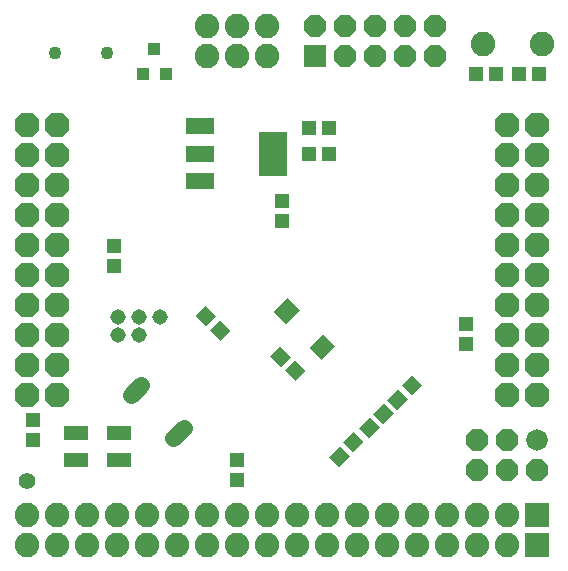
<source format=gbs>
G75*
G70*
%OFA0B0*%
%FSLAX24Y24*%
%IPPOS*%
%LPD*%
%AMOC8*
5,1,8,0,0,1.08239X$1,22.5*
%
%ADD10C,0.0560*%
%ADD11C,0.0720*%
%ADD12OC8,0.0720*%
%ADD13R,0.0720X0.0720*%
%ADD14C,0.0434*%
%ADD15R,0.0513X0.0474*%
%ADD16R,0.0474X0.0513*%
%ADD17R,0.0395X0.0434*%
%ADD18C,0.0820*%
%ADD19OC8,0.0820*%
%ADD20R,0.0820X0.0820*%
%ADD21R,0.0580X0.0659*%
%ADD22R,0.0960X0.0560*%
%ADD23R,0.0946X0.1497*%
%ADD24C,0.0517*%
%ADD25R,0.0828X0.0513*%
%ADD26C,0.0556*%
D10*
X006422Y005128D02*
X006761Y005467D01*
X005347Y006881D02*
X005007Y006542D01*
D11*
X018534Y005054D03*
D12*
X018534Y004054D03*
X017534Y004054D03*
X016534Y004054D03*
X016534Y005054D03*
X017534Y005054D03*
X015134Y017854D03*
X014134Y017854D03*
X013134Y017854D03*
X012134Y017854D03*
X012134Y018854D03*
X011134Y018854D03*
X013134Y018854D03*
X014134Y018854D03*
X015134Y018854D03*
D13*
X011134Y017854D03*
D14*
X004200Y017954D03*
X002468Y017954D03*
D15*
X010950Y015454D03*
X011619Y015454D03*
X011619Y014604D03*
X010950Y014604D03*
G36*
X007511Y008843D02*
X007150Y009204D01*
X007485Y009539D01*
X007846Y009178D01*
X007511Y008843D01*
G37*
G36*
X007984Y008370D02*
X007623Y008731D01*
X007958Y009066D01*
X008319Y008705D01*
X007984Y008370D01*
G37*
G36*
X009985Y008189D02*
X010346Y007828D01*
X010011Y007493D01*
X009650Y007854D01*
X009985Y008189D01*
G37*
G36*
X010458Y007716D02*
X010819Y007355D01*
X010484Y007020D01*
X010123Y007381D01*
X010458Y007716D01*
G37*
G36*
X012600Y005455D02*
X012961Y005816D01*
X013296Y005481D01*
X012935Y005120D01*
X012600Y005455D01*
G37*
G36*
X012073Y004978D02*
X012434Y005339D01*
X012769Y005004D01*
X012408Y004643D01*
X012073Y004978D01*
G37*
G36*
X011600Y004505D02*
X011961Y004866D01*
X012296Y004531D01*
X011935Y004170D01*
X011600Y004505D01*
G37*
G36*
X013073Y005928D02*
X013434Y006289D01*
X013769Y005954D01*
X013408Y005593D01*
X013073Y005928D01*
G37*
G36*
X014246Y006431D02*
X013885Y006070D01*
X013550Y006405D01*
X013911Y006766D01*
X014246Y006431D01*
G37*
G36*
X014719Y006904D02*
X014358Y006543D01*
X014023Y006878D01*
X014384Y007239D01*
X014719Y006904D01*
G37*
X016500Y017254D03*
X017169Y017254D03*
X017950Y017254D03*
X018619Y017254D03*
D16*
X016184Y008939D03*
X016184Y008270D03*
X010034Y012370D03*
X010034Y013039D03*
X004434Y011539D03*
X004434Y010870D03*
X001734Y005739D03*
X001734Y005070D03*
X008534Y004389D03*
X008534Y003720D03*
D17*
X006158Y017261D03*
X005410Y017261D03*
X005784Y018087D03*
D18*
X001534Y001554D03*
X002534Y001554D03*
X003534Y001554D03*
X004534Y001554D03*
X005534Y001554D03*
X006534Y001554D03*
X007534Y001554D03*
X008534Y001554D03*
X009534Y001554D03*
X010534Y001554D03*
X011534Y001554D03*
X012534Y001554D03*
X013534Y001554D03*
X014534Y001554D03*
X015534Y001554D03*
X016534Y001554D03*
X017534Y001554D03*
X017534Y002554D03*
X016534Y002554D03*
X015534Y002554D03*
X014534Y002554D03*
X013534Y002554D03*
X012534Y002554D03*
X011534Y002554D03*
X010534Y002554D03*
X009534Y002554D03*
X008534Y002554D03*
X007534Y002554D03*
X006534Y002554D03*
X005534Y002554D03*
X004534Y002554D03*
X003534Y002554D03*
X002534Y002554D03*
X001534Y002554D03*
X007534Y017854D03*
X008534Y017854D03*
X009534Y017854D03*
X009534Y018854D03*
X008534Y018854D03*
X007534Y018854D03*
X016754Y018254D03*
X018714Y018254D03*
D19*
X018534Y015554D03*
X018534Y014554D03*
X018534Y013554D03*
X018534Y012554D03*
X018534Y011554D03*
X018534Y010554D03*
X018534Y009554D03*
X018534Y008554D03*
X018534Y007554D03*
X018534Y006554D03*
X017534Y006554D03*
X017534Y007554D03*
X017534Y008554D03*
X017534Y009554D03*
X017534Y010554D03*
X017534Y011554D03*
X017534Y012554D03*
X017534Y013554D03*
X017534Y014554D03*
X017534Y015554D03*
X002534Y015554D03*
X002534Y014554D03*
X002534Y013554D03*
X002534Y012554D03*
X002534Y011554D03*
X002534Y010554D03*
X002534Y009554D03*
X002534Y008554D03*
X002534Y007554D03*
X002534Y006554D03*
X001534Y006554D03*
X001534Y007554D03*
X001534Y008554D03*
X001534Y009554D03*
X001534Y010554D03*
X001534Y011554D03*
X001534Y012554D03*
X001534Y013554D03*
X001534Y014554D03*
X001534Y015554D03*
D20*
X018534Y002554D03*
X018534Y001554D03*
D21*
G36*
X011356Y007719D02*
X010946Y008129D01*
X011410Y008593D01*
X011820Y008183D01*
X011356Y007719D01*
G37*
G36*
X010213Y009790D02*
X010623Y009380D01*
X010159Y008916D01*
X009749Y009326D01*
X010213Y009790D01*
G37*
D22*
X007314Y013694D03*
X007314Y014604D03*
X007314Y015514D03*
D23*
X009754Y014604D03*
D24*
X005984Y009154D03*
X005284Y009154D03*
X005284Y008554D03*
X004584Y008554D03*
X004584Y009154D03*
D25*
X004613Y005307D03*
X004613Y004402D03*
X003156Y004402D03*
X003156Y005307D03*
D26*
X001534Y003704D03*
M02*

</source>
